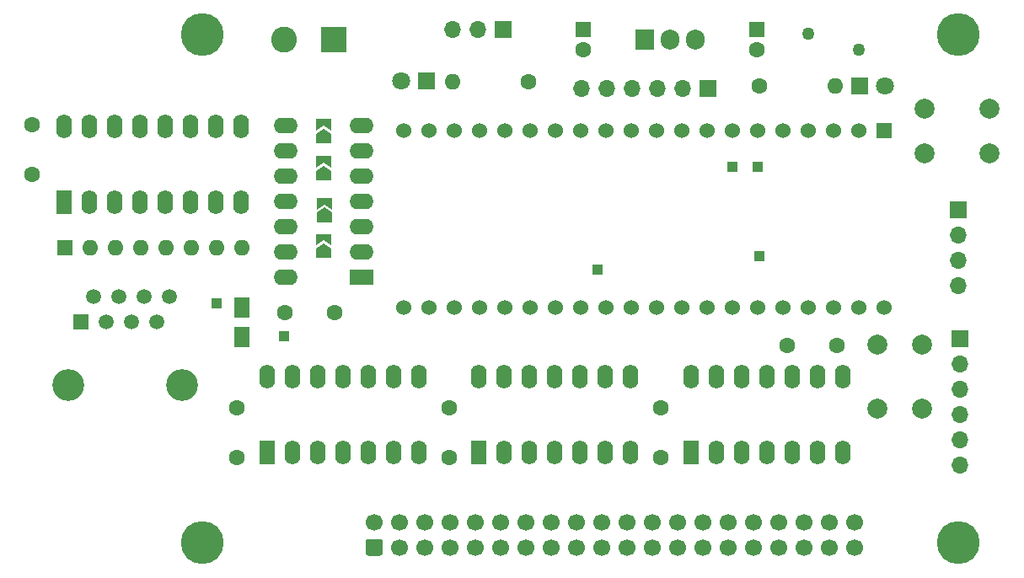
<source format=gbr>
%TF.GenerationSoftware,KiCad,Pcbnew,(5.1.9)-1*%
%TF.CreationDate,2021-03-28T23:40:50-04:00*%
%TF.ProjectId,Smart_Reciever_Max,536d6172-745f-4526-9563-69657665725f,v2*%
%TF.SameCoordinates,Original*%
%TF.FileFunction,Soldermask,Bot*%
%TF.FilePolarity,Negative*%
%FSLAX46Y46*%
G04 Gerber Fmt 4.6, Leading zero omitted, Abs format (unit mm)*
G04 Created by KiCad (PCBNEW (5.1.9)-1) date 2021-03-28 23:40:50*
%MOMM*%
%LPD*%
G01*
G04 APERTURE LIST*
%ADD10R,1.000000X1.000000*%
%ADD11C,1.524000*%
%ADD12R,1.524000X1.524000*%
%ADD13O,2.400000X1.600000*%
%ADD14R,2.400000X1.600000*%
%ADD15O,1.600000X2.400000*%
%ADD16R,1.600000X2.400000*%
%ADD17C,2.000000*%
%ADD18O,1.600000X1.600000*%
%ADD19R,1.600000X1.600000*%
%ADD20C,1.600000*%
%ADD21C,0.100000*%
%ADD22R,1.500000X1.500000*%
%ADD23C,1.800000*%
%ADD24R,1.800000X1.800000*%
%ADD25O,1.700000X1.700000*%
%ADD26R,1.700000X1.700000*%
%ADD27C,2.600000*%
%ADD28R,2.600000X2.600000*%
%ADD29C,1.700000*%
%ADD30C,4.300000*%
%ADD31C,1.270000*%
%ADD32O,1.905000X2.000000*%
%ADD33R,1.905000X2.000000*%
%ADD34C,1.500000*%
%ADD35C,3.200000*%
G04 APERTURE END LIST*
D10*
%TO.C,TP6*%
X179000000Y-85750000D03*
%TD*%
%TO.C,TP5*%
X124500000Y-90500000D03*
%TD*%
%TO.C,TP4*%
X131250000Y-93750000D03*
%TD*%
%TO.C,TP3*%
X162700000Y-87100000D03*
%TD*%
D11*
%TO.C,U2*%
X191530000Y-90890000D03*
X188990000Y-90890000D03*
X186450000Y-90890000D03*
X183910000Y-90890000D03*
X181370000Y-90890000D03*
X178830000Y-90890000D03*
X176290000Y-90890000D03*
X173750000Y-90890000D03*
X171210000Y-90890000D03*
X168670000Y-90890000D03*
X166130000Y-90890000D03*
X163590000Y-90890000D03*
X161050000Y-90890000D03*
X158510000Y-90890000D03*
X155970000Y-90890000D03*
X153430000Y-90890000D03*
X150890000Y-90890000D03*
X148350000Y-90890000D03*
X145810000Y-90890000D03*
X143270000Y-90890000D03*
X143270000Y-73110000D03*
X145810000Y-73110000D03*
X148350000Y-73110000D03*
X150890000Y-73110000D03*
X153430000Y-73110000D03*
X155970000Y-73110000D03*
X158510000Y-73110000D03*
X161050000Y-73110000D03*
X163590000Y-73110000D03*
X166130000Y-73110000D03*
X168670000Y-73110000D03*
X171210000Y-73110000D03*
X173750000Y-73110000D03*
X176290000Y-73110000D03*
X178830000Y-73110000D03*
X181370000Y-73110000D03*
X183910000Y-73110000D03*
X186450000Y-73110000D03*
X188990000Y-73110000D03*
D12*
X191530000Y-73110000D03*
%TD*%
D13*
%TO.C,U7*%
X131380000Y-87900000D03*
X139000000Y-72660000D03*
X131380000Y-85360000D03*
X139000000Y-75200000D03*
X131380000Y-82820000D03*
X139000000Y-77740000D03*
X131380000Y-80280000D03*
X139000000Y-80280000D03*
X131380000Y-77740000D03*
X139000000Y-82820000D03*
X131380000Y-75200000D03*
X139000000Y-85360000D03*
X131380000Y-72660000D03*
D14*
X139000000Y-87900000D03*
%TD*%
D15*
%TO.C,U6*%
X109150000Y-72680000D03*
X126930000Y-80300000D03*
X111690000Y-72680000D03*
X124390000Y-80300000D03*
X114230000Y-72680000D03*
X121850000Y-80300000D03*
X116770000Y-72680000D03*
X119310000Y-80300000D03*
X119310000Y-72680000D03*
X116770000Y-80300000D03*
X121850000Y-72680000D03*
X114230000Y-80300000D03*
X124390000Y-72680000D03*
X111690000Y-80300000D03*
X126930000Y-72680000D03*
D16*
X109150000Y-80300000D03*
%TD*%
D15*
%TO.C,U5*%
X172100000Y-97880000D03*
X187340000Y-105500000D03*
X174640000Y-97880000D03*
X184800000Y-105500000D03*
X177180000Y-97880000D03*
X182260000Y-105500000D03*
X179720000Y-97880000D03*
X179720000Y-105500000D03*
X182260000Y-97880000D03*
X177180000Y-105500000D03*
X184800000Y-97880000D03*
X174640000Y-105500000D03*
X187340000Y-97880000D03*
D16*
X172100000Y-105500000D03*
%TD*%
D15*
%TO.C,U4*%
X150800000Y-97880000D03*
X166040000Y-105500000D03*
X153340000Y-97880000D03*
X163500000Y-105500000D03*
X155880000Y-97880000D03*
X160960000Y-105500000D03*
X158420000Y-97880000D03*
X158420000Y-105500000D03*
X160960000Y-97880000D03*
X155880000Y-105500000D03*
X163500000Y-97880000D03*
X153340000Y-105500000D03*
X166040000Y-97880000D03*
D16*
X150800000Y-105500000D03*
%TD*%
D15*
%TO.C,U3*%
X129500000Y-97880000D03*
X144740000Y-105500000D03*
X132040000Y-97880000D03*
X142200000Y-105500000D03*
X134580000Y-97880000D03*
X139660000Y-105500000D03*
X137120000Y-97880000D03*
X137120000Y-105500000D03*
X139660000Y-97880000D03*
X134580000Y-105500000D03*
X142200000Y-97880000D03*
X132040000Y-105500000D03*
X144740000Y-97880000D03*
D16*
X129500000Y-105500000D03*
%TD*%
D10*
%TO.C,TP2*%
X176300000Y-76800000D03*
%TD*%
%TO.C,TP1*%
X178800000Y-76800000D03*
%TD*%
D17*
%TO.C,SW2*%
X190800000Y-94600000D03*
X195300000Y-94600000D03*
X190800000Y-101100000D03*
X195300000Y-101100000D03*
%TD*%
%TO.C,SW1*%
X202100000Y-70900000D03*
X202100000Y-75400000D03*
X195600000Y-70900000D03*
X195600000Y-75400000D03*
%TD*%
D18*
%TO.C,RN1*%
X127030000Y-84900000D03*
X124490000Y-84900000D03*
X121950000Y-84900000D03*
X119410000Y-84900000D03*
X116870000Y-84900000D03*
X114330000Y-84900000D03*
X111790000Y-84900000D03*
D19*
X109250000Y-84900000D03*
%TD*%
D18*
%TO.C,R2*%
X186620000Y-68600000D03*
D20*
X179000000Y-68600000D03*
%TD*%
D18*
%TO.C,R1*%
X148180000Y-68200000D03*
D20*
X155800000Y-68200000D03*
%TD*%
D21*
%TO.C,JP5*%
G36*
X135300000Y-80850000D02*
G01*
X136050000Y-81350000D01*
X136050000Y-82350000D01*
X134550000Y-82350000D01*
X134550000Y-81350000D01*
X135300000Y-80850000D01*
G37*
G36*
X136050000Y-79900000D02*
G01*
X136050000Y-81050000D01*
X135300000Y-80550000D01*
X134550000Y-81050000D01*
X134550000Y-79900000D01*
X136050000Y-79900000D01*
G37*
%TD*%
%TO.C,JP4*%
G36*
X135200000Y-72925000D02*
G01*
X135950000Y-73425000D01*
X135950000Y-74425000D01*
X134450000Y-74425000D01*
X134450000Y-73425000D01*
X135200000Y-72925000D01*
G37*
G36*
X135950000Y-71975000D02*
G01*
X135950000Y-73125000D01*
X135200000Y-72625000D01*
X134450000Y-73125000D01*
X134450000Y-71975000D01*
X135950000Y-71975000D01*
G37*
%TD*%
%TO.C,JP3*%
G36*
X135200000Y-76650000D02*
G01*
X135950000Y-77150000D01*
X135950000Y-78150000D01*
X134450000Y-78150000D01*
X134450000Y-77150000D01*
X135200000Y-76650000D01*
G37*
G36*
X135950000Y-75700000D02*
G01*
X135950000Y-76850000D01*
X135200000Y-76350000D01*
X134450000Y-76850000D01*
X134450000Y-75700000D01*
X135950000Y-75700000D01*
G37*
%TD*%
%TO.C,JP2*%
G36*
X135200000Y-84450000D02*
G01*
X135950000Y-84950000D01*
X135950000Y-85950000D01*
X134450000Y-85950000D01*
X134450000Y-84950000D01*
X135200000Y-84450000D01*
G37*
G36*
X135950000Y-83500000D02*
G01*
X135950000Y-84650000D01*
X135200000Y-84150000D01*
X134450000Y-84650000D01*
X134450000Y-83500000D01*
X135950000Y-83500000D01*
G37*
%TD*%
%TO.C,JP1*%
G36*
X127000000Y-91400000D02*
G01*
X126250000Y-90900000D01*
X126250000Y-89900000D01*
X127750000Y-89900000D01*
X127750000Y-90900000D01*
X127000000Y-91400000D01*
G37*
G36*
X127000000Y-93400000D02*
G01*
X127750000Y-93900000D01*
X127750000Y-94900000D01*
X126250000Y-94900000D01*
X126250000Y-93900000D01*
X127000000Y-93400000D01*
G37*
D22*
X127000000Y-93600000D03*
X127000000Y-91200000D03*
%TD*%
D23*
%TO.C,D2*%
X191640000Y-68600000D03*
D24*
X189100000Y-68600000D03*
%TD*%
D23*
%TO.C,D1*%
X142960000Y-68100000D03*
D24*
X145500000Y-68100000D03*
%TD*%
D20*
%TO.C,C8*%
X136300000Y-91400000D03*
X131300000Y-91400000D03*
%TD*%
%TO.C,C7*%
X169100000Y-106000000D03*
X169100000Y-101000000D03*
%TD*%
%TO.C,C6*%
X147800000Y-106000000D03*
X147800000Y-101000000D03*
%TD*%
%TO.C,C5*%
X126500000Y-106000000D03*
X126500000Y-101000000D03*
%TD*%
%TO.C,C4*%
X105950000Y-77500000D03*
X105950000Y-72500000D03*
%TD*%
%TO.C,C3*%
X181800000Y-94700000D03*
X186800000Y-94700000D03*
%TD*%
D25*
%TO.C,J7*%
X161100000Y-68900000D03*
X163640000Y-68900000D03*
X166180000Y-68900000D03*
X168720000Y-68900000D03*
X171260000Y-68900000D03*
D26*
X173800000Y-68900000D03*
%TD*%
D25*
%TO.C,J6*%
X199100000Y-106700000D03*
X199100000Y-104160000D03*
X199100000Y-101620000D03*
X199100000Y-99080000D03*
X199100000Y-96540000D03*
D26*
X199100000Y-94000000D03*
%TD*%
D27*
%TO.C,J1*%
X131250000Y-64000000D03*
D28*
X136250000Y-64000000D03*
%TD*%
D25*
%TO.C,J5*%
X199000000Y-88720000D03*
X199000000Y-86180000D03*
X199000000Y-83640000D03*
D26*
X199000000Y-81100000D03*
%TD*%
D29*
%TO.C,J2*%
X188560000Y-112460000D03*
X186020000Y-112460000D03*
X183480000Y-112460000D03*
X180940000Y-112460000D03*
X178400000Y-112460000D03*
X175860000Y-112460000D03*
X173320000Y-112460000D03*
X170780000Y-112460000D03*
X168240000Y-112460000D03*
X165700000Y-112460000D03*
X163160000Y-112460000D03*
X160620000Y-112460000D03*
X158080000Y-112460000D03*
X155540000Y-112460000D03*
X153000000Y-112460000D03*
X150460000Y-112460000D03*
X147920000Y-112460000D03*
X145380000Y-112460000D03*
X142840000Y-112460000D03*
X140300000Y-112460000D03*
X188560000Y-115000000D03*
X186020000Y-115000000D03*
X183480000Y-115000000D03*
X180940000Y-115000000D03*
X178400000Y-115000000D03*
X175860000Y-115000000D03*
X173320000Y-115000000D03*
X170780000Y-115000000D03*
X168240000Y-115000000D03*
X165700000Y-115000000D03*
X163160000Y-115000000D03*
X160620000Y-115000000D03*
X158080000Y-115000000D03*
X155540000Y-115000000D03*
X153000000Y-115000000D03*
X150460000Y-115000000D03*
X147920000Y-115000000D03*
X145380000Y-115000000D03*
X142840000Y-115000000D03*
G36*
G01*
X140900000Y-115850000D02*
X139700000Y-115850000D01*
G75*
G02*
X139450000Y-115600000I0J250000D01*
G01*
X139450000Y-114400000D01*
G75*
G02*
X139700000Y-114150000I250000J0D01*
G01*
X140900000Y-114150000D01*
G75*
G02*
X141150000Y-114400000I0J-250000D01*
G01*
X141150000Y-115600000D01*
G75*
G02*
X140900000Y-115850000I-250000J0D01*
G01*
G37*
%TD*%
D30*
%TO.C,H4*%
X199000000Y-63500000D03*
%TD*%
%TO.C,H3*%
X199000000Y-114500000D03*
%TD*%
%TO.C,H2*%
X123000000Y-114500000D03*
%TD*%
%TO.C,H1*%
X123000000Y-63500000D03*
%TD*%
D31*
%TO.C,F1*%
X189000000Y-65000000D03*
X183900000Y-63400000D03*
%TD*%
D20*
%TO.C,C2*%
X178750000Y-65000000D03*
D19*
X178750000Y-63000000D03*
%TD*%
D20*
%TO.C,C1*%
X161250000Y-65000000D03*
D19*
X161250000Y-63000000D03*
%TD*%
D32*
%TO.C,U1*%
X172580000Y-64000000D03*
X170040000Y-64000000D03*
D33*
X167500000Y-64000000D03*
%TD*%
D25*
%TO.C,J4*%
X148170000Y-63000000D03*
X150710000Y-63000000D03*
D26*
X153250000Y-63000000D03*
%TD*%
D34*
%TO.C,J3*%
X119690000Y-89810000D03*
X118420000Y-92350000D03*
X117150000Y-89810000D03*
X115880000Y-92350000D03*
X114610000Y-89810000D03*
X113340000Y-92350000D03*
X112070000Y-89810000D03*
D22*
X110800000Y-92350000D03*
D35*
X109530000Y-98700000D03*
X120960000Y-98700000D03*
%TD*%
M02*

</source>
